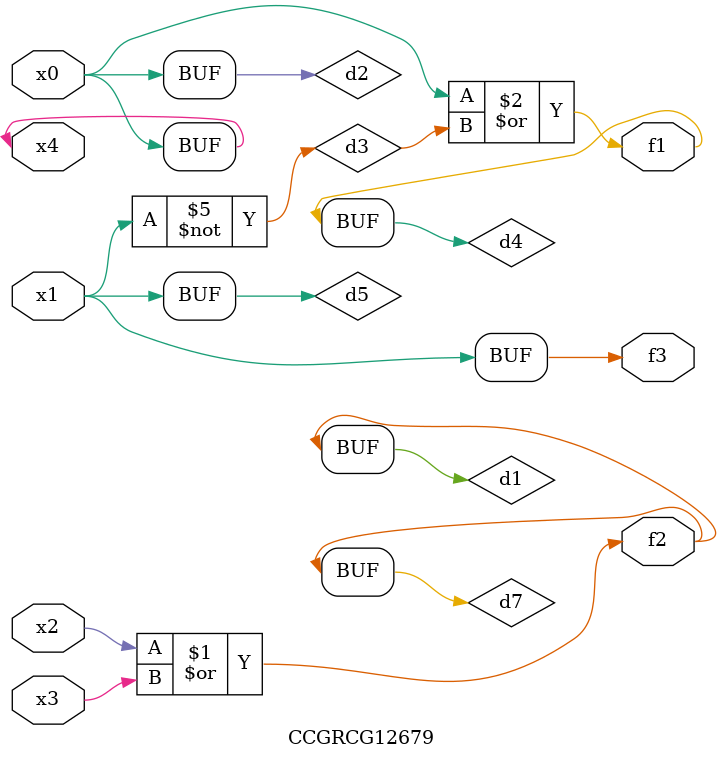
<source format=v>
module CCGRCG12679(
	input x0, x1, x2, x3, x4,
	output f1, f2, f3
);

	wire d1, d2, d3, d4, d5, d6, d7;

	or (d1, x2, x3);
	buf (d2, x0, x4);
	not (d3, x1);
	or (d4, d2, d3);
	not (d5, d3);
	nand (d6, d1, d3);
	or (d7, d1);
	assign f1 = d4;
	assign f2 = d7;
	assign f3 = d5;
endmodule

</source>
